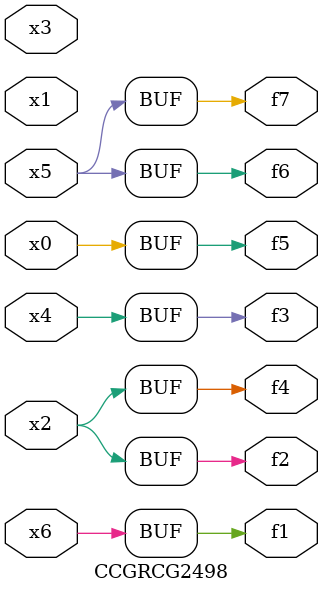
<source format=v>
module CCGRCG2498(
	input x0, x1, x2, x3, x4, x5, x6,
	output f1, f2, f3, f4, f5, f6, f7
);
	assign f1 = x6;
	assign f2 = x2;
	assign f3 = x4;
	assign f4 = x2;
	assign f5 = x0;
	assign f6 = x5;
	assign f7 = x5;
endmodule

</source>
